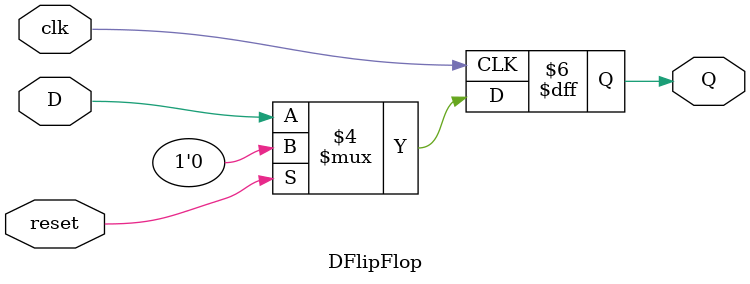
<source format=v>

module DFlipFlop (D, clk, reset, Q) ;
input D;
input clk;
input reset; 
output reg Q; 
always @ (posedge clk)
begin
    if(reset == 1'b1)
        Q <= 1'b0;
    else
        Q <= D;
end
endmodule

</source>
